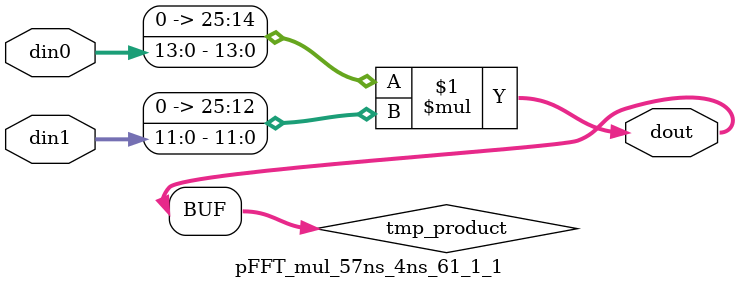
<source format=v>

`timescale 1 ns / 1 ps

 module pFFT_mul_57ns_4ns_61_1_1(din0, din1, dout);
parameter ID = 1;
parameter NUM_STAGE = 0;
parameter din0_WIDTH = 14;
parameter din1_WIDTH = 12;
parameter dout_WIDTH = 26;

input [din0_WIDTH - 1 : 0] din0; 
input [din1_WIDTH - 1 : 0] din1; 
output [dout_WIDTH - 1 : 0] dout;

wire signed [dout_WIDTH - 1 : 0] tmp_product;
























assign tmp_product = $signed({1'b0, din0}) * $signed({1'b0, din1});











assign dout = tmp_product;





















endmodule

</source>
